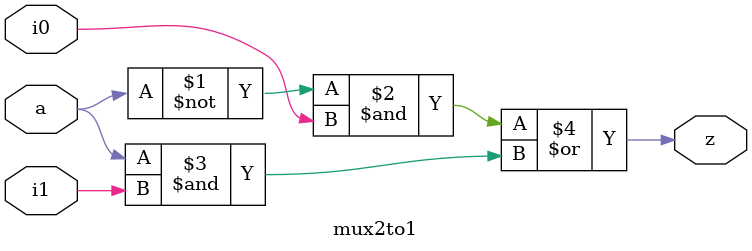
<source format=v>
module mux2to1(a,i0,i1,z);
input a, i0,i1;
output z;

assign z = (~a&i0)|(a&i1);

endmodule
</source>
